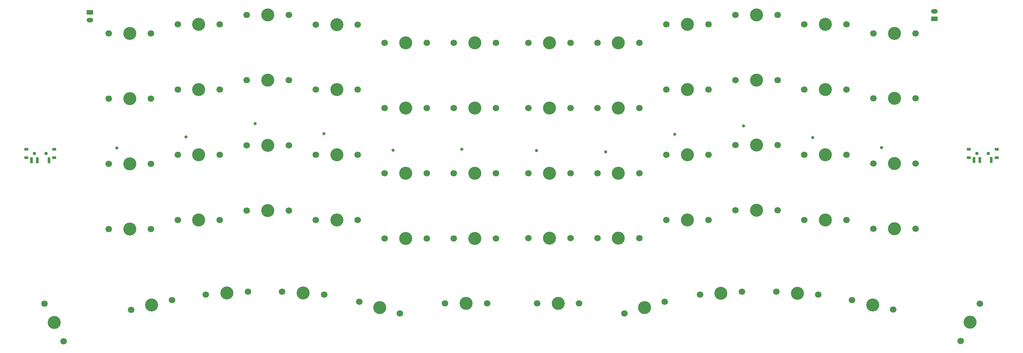
<source format=gbr>
%TF.GenerationSoftware,KiCad,Pcbnew,8.0.5*%
%TF.CreationDate,2024-10-07T12:12:51+02:00*%
%TF.ProjectId,chastity,63686173-7469-4747-992e-6b696361645f,rev?*%
%TF.SameCoordinates,Original*%
%TF.FileFunction,Soldermask,Top*%
%TF.FilePolarity,Negative*%
%FSLAX46Y46*%
G04 Gerber Fmt 4.6, Leading zero omitted, Abs format (unit mm)*
G04 Created by KiCad (PCBNEW 8.0.5) date 2024-10-07 12:12:51*
%MOMM*%
%LPD*%
G01*
G04 APERTURE LIST*
G04 Aperture macros list*
%AMRoundRect*
0 Rectangle with rounded corners*
0 $1 Rounding radius*
0 $2 $3 $4 $5 $6 $7 $8 $9 X,Y pos of 4 corners*
0 Add a 4 corners polygon primitive as box body*
4,1,4,$2,$3,$4,$5,$6,$7,$8,$9,$2,$3,0*
0 Add four circle primitives for the rounded corners*
1,1,$1+$1,$2,$3*
1,1,$1+$1,$4,$5*
1,1,$1+$1,$6,$7*
1,1,$1+$1,$8,$9*
0 Add four rect primitives between the rounded corners*
20,1,$1+$1,$2,$3,$4,$5,0*
20,1,$1+$1,$4,$5,$6,$7,0*
20,1,$1+$1,$6,$7,$8,$9,0*
20,1,$1+$1,$8,$9,$2,$3,0*%
G04 Aperture macros list end*
%ADD10R,1.000000X0.800000*%
%ADD11C,0.900000*%
%ADD12R,0.700000X1.500000*%
%ADD13C,1.700000*%
%ADD14C,3.400000*%
%ADD15O,1.750000X1.200000*%
%ADD16RoundRect,0.250000X0.625000X-0.350000X0.625000X0.350000X-0.625000X0.350000X-0.625000X-0.350000X0*%
%ADD17RoundRect,0.250000X-0.625000X0.350000X-0.625000X-0.350000X0.625000X-0.350000X0.625000X0.350000X0*%
%ADD18C,0.800000*%
G04 APERTURE END LIST*
D10*
%TO.C,SW_POWERR32*%
X11949764Y86247998D03*
X11949764Y88457999D03*
D11*
X9799764Y87357999D03*
X6799764Y87357999D03*
D10*
X4649764Y86248000D03*
X4649764Y88457999D03*
D12*
X10549765Y85597999D03*
X7549764Y85597999D03*
X6049765Y85597999D03*
%TD*%
%TO.C,SW_POWERR31*%
X251886815Y85657555D03*
X253386815Y85657555D03*
X256386815Y85657555D03*
D10*
X250486815Y88517555D03*
X250486815Y86307555D03*
D11*
X252636815Y87417555D03*
X255636815Y87417555D03*
D10*
X257786815Y88517555D03*
X257786815Y86307555D03*
%TD*%
D13*
%TO.C,MX35*%
X109134764Y116243000D03*
D14*
X103634764Y116243000D03*
D13*
X98134764Y116243000D03*
%TD*%
%TO.C,MX19*%
X135626815Y65252555D03*
D14*
X141126815Y65252555D03*
D13*
X146626815Y65252555D03*
%TD*%
%TO.C,MX58*%
X82374322Y50561205D03*
D14*
X76887720Y50944866D03*
D13*
X71401118Y51328527D03*
%TD*%
%TO.C,MX4*%
X189626815Y123552555D03*
D14*
X195126815Y123552555D03*
D13*
X200626815Y123552555D03*
%TD*%
%TO.C,MX40*%
X91139764Y104043000D03*
D14*
X85639764Y104043000D03*
D13*
X80139764Y104043000D03*
%TD*%
%TO.C,MX11*%
X207626815Y104052555D03*
D14*
X213126815Y104052555D03*
D13*
X218626815Y104052555D03*
%TD*%
%TO.C,MX10*%
X189626815Y106552555D03*
D14*
X195126815Y106552555D03*
D13*
X200626815Y106552555D03*
%TD*%
%TO.C,MX15*%
X171626815Y87052555D03*
D14*
X177126815Y87052555D03*
D13*
X182626815Y87052555D03*
%TD*%
%TO.C,MX60*%
X124889764Y48233000D03*
D14*
X119389764Y48233000D03*
D13*
X113889764Y48233000D03*
%TD*%
%TO.C,MX54*%
X127134764Y65243000D03*
D14*
X121634764Y65243000D03*
D13*
X116134764Y65243000D03*
%TD*%
%TO.C,MX33*%
X73152114Y123504250D03*
D14*
X67652114Y123504250D03*
D13*
X62152114Y123504250D03*
%TD*%
%TO.C,MX14*%
X153626815Y82252555D03*
D14*
X159126815Y82252555D03*
D13*
X164626815Y82252555D03*
%TD*%
%TO.C,MX41*%
X109134764Y99243000D03*
D14*
X103634764Y99243000D03*
D13*
X98134764Y99243000D03*
%TD*%
%TO.C,MX9*%
X171626815Y104052555D03*
D14*
X177126815Y104052555D03*
D13*
X182626815Y104052555D03*
%TD*%
%TO.C,MX32*%
X55152114Y121054250D03*
D14*
X49652114Y121054250D03*
D13*
X44152114Y121054250D03*
%TD*%
%TO.C,MX16*%
X189626815Y89552555D03*
D14*
X195126815Y89552555D03*
D13*
X200626815Y89552555D03*
%TD*%
%TO.C,MX31*%
X37152114Y118704250D03*
D14*
X31652114Y118704250D03*
D13*
X26152114Y118704250D03*
%TD*%
%TO.C,MX26*%
X160652937Y45640545D03*
D14*
X165939876Y47156550D03*
D13*
X171226815Y48672555D03*
%TD*%
%TO.C,MX2*%
X153626815Y116252555D03*
D14*
X159126815Y116252555D03*
D13*
X164626815Y116252555D03*
%TD*%
%TO.C,MX21*%
X171626815Y70052555D03*
D14*
X177126815Y70052555D03*
D13*
X182626815Y70052555D03*
%TD*%
%TO.C,MX3*%
X171626815Y121052555D03*
D14*
X177126815Y121052555D03*
D13*
X182626815Y121052555D03*
%TD*%
%TO.C,MX56*%
X42699764Y49083000D03*
D14*
X37340729Y47845769D03*
D13*
X31981694Y46608538D03*
%TD*%
%TO.C,MX13*%
X135626815Y82252555D03*
D14*
X141126815Y82252555D03*
D13*
X146626815Y82252555D03*
%TD*%
%TO.C,MX12*%
X225626815Y101752555D03*
D14*
X231126815Y101752555D03*
D13*
X236626815Y101752555D03*
%TD*%
%TO.C,MX1*%
X135626815Y116252555D03*
D14*
X141126815Y116252555D03*
D13*
X146626815Y116252555D03*
%TD*%
%TO.C,MX44*%
X55152114Y87054250D03*
D14*
X49652114Y87054250D03*
D13*
X44152114Y87054250D03*
%TD*%
%TO.C,MX18*%
X225626815Y84752555D03*
D14*
X231126815Y84752555D03*
D13*
X236626815Y84752555D03*
%TD*%
%TO.C,MX20*%
X153626815Y65252555D03*
D14*
X159126815Y65252555D03*
D13*
X164626815Y65252555D03*
%TD*%
%TO.C,MX53*%
X109134764Y65243000D03*
D14*
X103634764Y65243000D03*
D13*
X98134764Y65243000D03*
%TD*%
%TO.C,MX47*%
X109134764Y82243000D03*
D14*
X103634764Y82243000D03*
D13*
X98134764Y82243000D03*
%TD*%
%TO.C,MX59*%
X102116703Y45636995D03*
D14*
X96829764Y47153000D03*
D13*
X91542825Y48669005D03*
%TD*%
%TO.C,MX34*%
X91139764Y121043000D03*
D14*
X85639764Y121043000D03*
D13*
X80139764Y121043000D03*
%TD*%
%TO.C,MX36*%
X127134764Y116243000D03*
D14*
X121634764Y116243000D03*
D13*
X116134764Y116243000D03*
%TD*%
%TO.C,MX25*%
X137880058Y48238079D03*
D14*
X143380058Y48238079D03*
D13*
X148880058Y48238079D03*
%TD*%
%TO.C,MX8*%
X153626815Y99252555D03*
D14*
X159126815Y99252555D03*
D13*
X164626815Y99252555D03*
%TD*%
%TO.C,MX29*%
X220083197Y49098919D03*
D14*
X225442232Y47861688D03*
D13*
X230801267Y46624457D03*
%TD*%
%TO.C,MX42*%
X127134764Y99243000D03*
D14*
X121634764Y99243000D03*
D13*
X116134764Y99243000D03*
%TD*%
%TO.C,MX27*%
X180383611Y50555233D03*
D14*
X185870213Y50938894D03*
D13*
X191356815Y51322555D03*
%TD*%
%TO.C,MX7*%
X135626815Y99252555D03*
D14*
X141126815Y99252555D03*
D13*
X146626815Y99252555D03*
%TD*%
%TO.C,MX45*%
X73152114Y89504250D03*
D14*
X67652114Y89504250D03*
D13*
X62152114Y89504250D03*
%TD*%
%TO.C,MX23*%
X207626815Y70052555D03*
D14*
X213126815Y70052555D03*
D13*
X218626815Y70052555D03*
%TD*%
%TO.C,MX37*%
X37152114Y101704250D03*
D14*
X31652114Y101704250D03*
D13*
X26152114Y101704250D03*
%TD*%
%TO.C,MX49*%
X37152114Y67704250D03*
D14*
X31652114Y67704250D03*
D13*
X26152114Y67704250D03*
%TD*%
%TO.C,MX28*%
X200293611Y51289877D03*
D14*
X205780213Y50906216D03*
D13*
X211266815Y50522555D03*
%TD*%
%TO.C,MX22*%
X189626815Y72552555D03*
D14*
X195126815Y72552555D03*
D13*
X200626815Y72552555D03*
%TD*%
D15*
%TO.C,J31*%
X241536815Y124512555D03*
D16*
X241536815Y122512555D03*
%TD*%
D13*
%TO.C,MX43*%
X37152114Y84704250D03*
D14*
X31652114Y84704250D03*
D13*
X26152114Y84704250D03*
%TD*%
%TO.C,MX38*%
X55152114Y104054250D03*
D14*
X49652114Y104054250D03*
D13*
X44152114Y104054250D03*
%TD*%
%TO.C,MX48*%
X127134764Y82243000D03*
D14*
X121634764Y82243000D03*
D13*
X116134764Y82243000D03*
%TD*%
%TO.C,MX17*%
X207626815Y87052555D03*
D14*
X213126815Y87052555D03*
D13*
X218626815Y87052555D03*
%TD*%
%TO.C,MX39*%
X73152114Y106504250D03*
D14*
X67652114Y106504250D03*
D13*
X62152114Y106504250D03*
%TD*%
%TO.C,MX52*%
X91139764Y70043000D03*
D14*
X85639764Y70043000D03*
D13*
X80139764Y70043000D03*
%TD*%
%TO.C,MX30*%
X253373763Y48223091D03*
D14*
X250876815Y43322555D03*
D13*
X248379867Y38422019D03*
%TD*%
%TO.C,MX6*%
X225626815Y118752555D03*
D14*
X231126815Y118752555D03*
D13*
X236626815Y118752555D03*
%TD*%
%TO.C,MX5*%
X207626815Y121052555D03*
D14*
X213126815Y121052555D03*
D13*
X218626815Y121052555D03*
%TD*%
%TO.C,MX50*%
X55152114Y70054250D03*
D14*
X49652114Y70054250D03*
D13*
X44152114Y70054250D03*
%TD*%
%TO.C,MX24*%
X225626815Y67752555D03*
D14*
X231126815Y67752555D03*
D13*
X236626815Y67752555D03*
%TD*%
%TO.C,MX46*%
X91139764Y87043000D03*
D14*
X85639764Y87043000D03*
D13*
X80139764Y87043000D03*
%TD*%
%TO.C,MX51*%
X73152114Y72504250D03*
D14*
X67652114Y72504250D03*
D13*
X62152114Y72504250D03*
%TD*%
%TO.C,MX55*%
X14391660Y38364157D03*
D14*
X11894712Y43264693D03*
D13*
X9397764Y48165229D03*
%TD*%
D17*
%TO.C,J32*%
X21239764Y124223000D03*
D15*
X21239764Y122223000D03*
%TD*%
D13*
%TO.C,MX57*%
X62444220Y51325808D03*
D14*
X56957618Y50942147D03*
D13*
X51471016Y50558486D03*
%TD*%
D18*
X137776815Y88112555D03*
X155776815Y87797555D03*
X173776815Y92377555D03*
X191776815Y94547555D03*
X209776815Y91517555D03*
X227776815Y88887555D03*
X118284764Y88493000D03*
X100284764Y88198000D03*
X46302114Y91728000D03*
X82289764Y92568000D03*
X64302114Y95188000D03*
X28302114Y88823000D03*
M02*

</source>
